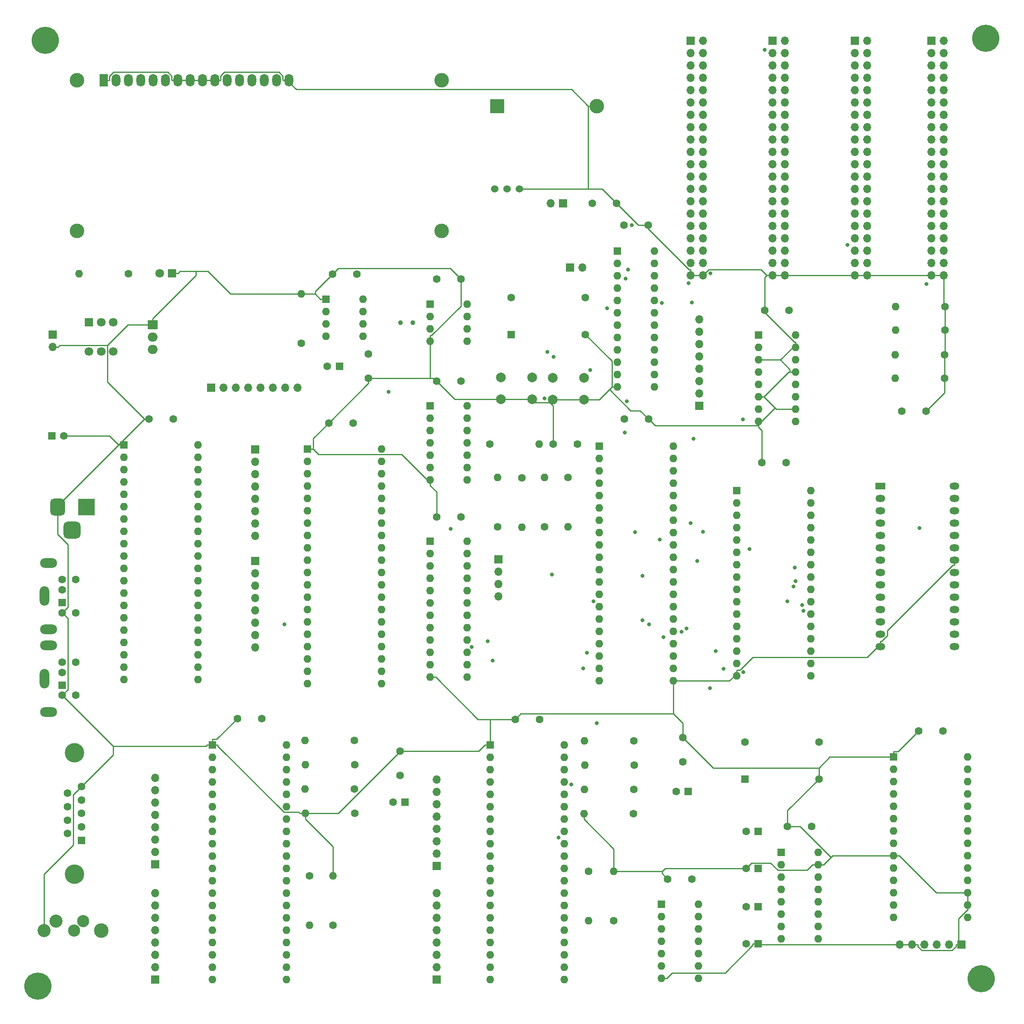
<source format=gbr>
%TF.GenerationSoftware,KiCad,Pcbnew,7.0.9-7.0.9~ubuntu22.04.1*%
%TF.CreationDate,2023-12-31T14:55:30-06:00*%
%TF.ProjectId,6502v2.0,36353032-7632-42e3-902e-6b696361645f,rev?*%
%TF.SameCoordinates,Original*%
%TF.FileFunction,Copper,L3,Inr*%
%TF.FilePolarity,Positive*%
%FSLAX46Y46*%
G04 Gerber Fmt 4.6, Leading zero omitted, Abs format (unit mm)*
G04 Created by KiCad (PCBNEW 7.0.9-7.0.9~ubuntu22.04.1) date 2023-12-31 14:55:30*
%MOMM*%
%LPD*%
G01*
G04 APERTURE LIST*
G04 Aperture macros list*
%AMRoundRect*
0 Rectangle with rounded corners*
0 $1 Rounding radius*
0 $2 $3 $4 $5 $6 $7 $8 $9 X,Y pos of 4 corners*
0 Add a 4 corners polygon primitive as box body*
4,1,4,$2,$3,$4,$5,$6,$7,$8,$9,$2,$3,0*
0 Add four circle primitives for the rounded corners*
1,1,$1+$1,$2,$3*
1,1,$1+$1,$4,$5*
1,1,$1+$1,$6,$7*
1,1,$1+$1,$8,$9*
0 Add four rect primitives between the rounded corners*
20,1,$1+$1,$2,$3,$4,$5,0*
20,1,$1+$1,$4,$5,$6,$7,0*
20,1,$1+$1,$6,$7,$8,$9,0*
20,1,$1+$1,$8,$9,$2,$3,0*%
G04 Aperture macros list end*
%TA.AperFunction,ComponentPad*%
%ADD10R,1.600000X1.600000*%
%TD*%
%TA.AperFunction,ComponentPad*%
%ADD11O,1.600000X1.600000*%
%TD*%
%TA.AperFunction,ComponentPad*%
%ADD12C,1.600000*%
%TD*%
%TA.AperFunction,ComponentPad*%
%ADD13O,3.500000X2.000000*%
%TD*%
%TA.AperFunction,ComponentPad*%
%ADD14O,2.000000X4.000000*%
%TD*%
%TA.AperFunction,ComponentPad*%
%ADD15R,1.700000X1.700000*%
%TD*%
%TA.AperFunction,ComponentPad*%
%ADD16O,1.700000X1.700000*%
%TD*%
%TA.AperFunction,ComponentPad*%
%ADD17C,4.000000*%
%TD*%
%TA.AperFunction,ComponentPad*%
%ADD18R,1.800000X1.800000*%
%TD*%
%TA.AperFunction,ComponentPad*%
%ADD19C,1.800000*%
%TD*%
%TA.AperFunction,ComponentPad*%
%ADD20C,1.000000*%
%TD*%
%TA.AperFunction,ComponentPad*%
%ADD21C,2.000000*%
%TD*%
%TA.AperFunction,ComponentPad*%
%ADD22C,5.600000*%
%TD*%
%TA.AperFunction,ComponentPad*%
%ADD23R,3.500000X3.500000*%
%TD*%
%TA.AperFunction,ComponentPad*%
%ADD24RoundRect,0.750000X-0.750000X-1.000000X0.750000X-1.000000X0.750000X1.000000X-0.750000X1.000000X0*%
%TD*%
%TA.AperFunction,ComponentPad*%
%ADD25RoundRect,0.875000X-0.875000X-0.875000X0.875000X-0.875000X0.875000X0.875000X-0.875000X0.875000X0*%
%TD*%
%TA.AperFunction,ComponentPad*%
%ADD26R,2.000000X1.440000*%
%TD*%
%TA.AperFunction,ComponentPad*%
%ADD27O,2.000000X1.440000*%
%TD*%
%TA.AperFunction,ComponentPad*%
%ADD28R,3.000000X3.000000*%
%TD*%
%TA.AperFunction,ComponentPad*%
%ADD29C,3.000000*%
%TD*%
%TA.AperFunction,ComponentPad*%
%ADD30C,2.700000*%
%TD*%
%TA.AperFunction,ComponentPad*%
%ADD31C,2.500000*%
%TD*%
%TA.AperFunction,ComponentPad*%
%ADD32C,1.524000*%
%TD*%
%TA.AperFunction,ComponentPad*%
%ADD33R,2.000000X1.905000*%
%TD*%
%TA.AperFunction,ComponentPad*%
%ADD34O,2.000000X1.905000*%
%TD*%
%TA.AperFunction,ComponentPad*%
%ADD35R,1.800000X2.600000*%
%TD*%
%TA.AperFunction,ComponentPad*%
%ADD36O,1.800000X2.600000*%
%TD*%
%TA.AperFunction,ViaPad*%
%ADD37C,0.800000*%
%TD*%
%TA.AperFunction,Conductor*%
%ADD38C,0.250000*%
%TD*%
G04 APERTURE END LIST*
D10*
%TO.N,GND*%
%TO.C,U9*%
X7962000Y319004000D03*
D11*
%TO.N,2pa0*%
X7962000Y316464000D03*
%TO.N,2pa1*%
X7962000Y313924000D03*
%TO.N,2pa2*%
X7962000Y311384000D03*
%TO.N,2pa3*%
X7962000Y308844000D03*
%TO.N,2pa4*%
X7962000Y306304000D03*
%TO.N,2pa5*%
X7962000Y303764000D03*
%TO.N,2pa6*%
X7962000Y301224000D03*
%TO.N,2pa7*%
X7962000Y298684000D03*
%TO.N,2pb0*%
X7962000Y296144000D03*
%TO.N,2pb1*%
X7962000Y293604000D03*
%TO.N,2pb2*%
X7962000Y291064000D03*
%TO.N,2pb3*%
X7962000Y288524000D03*
%TO.N,2pb4*%
X7962000Y285984000D03*
%TO.N,2pb5*%
X7962000Y283444000D03*
%TO.N,2pb6*%
X7962000Y280904000D03*
%TO.N,2pb7*%
X7962000Y278364000D03*
%TO.N,2CB1*%
X7962000Y275824000D03*
%TO.N,2CB2*%
X7962000Y273284000D03*
%TO.N,+5V*%
X7962000Y270744000D03*
%TO.N,2VIA_IRQ*%
X23202000Y270744000D03*
%TO.N,RW*%
X23202000Y273284000D03*
%TO.N,VIA2_CS*%
X23202000Y275824000D03*
%TO.N,+5V*%
X23202000Y278364000D03*
%TO.N,PHI2*%
X23202000Y280904000D03*
%TO.N,d7*%
X23202000Y283444000D03*
%TO.N,d6*%
X23202000Y285984000D03*
%TO.N,d5*%
X23202000Y288524000D03*
%TO.N,d4*%
X23202000Y291064000D03*
%TO.N,d3*%
X23202000Y293604000D03*
%TO.N,d2*%
X23202000Y296144000D03*
%TO.N,d1*%
X23202000Y298684000D03*
%TO.N,d0*%
X23202000Y301224000D03*
%TO.N,RESET*%
X23202000Y303764000D03*
%TO.N,a3*%
X23202000Y306304000D03*
%TO.N,a2*%
X23202000Y308844000D03*
%TO.N,a1*%
X23202000Y311384000D03*
%TO.N,a0*%
X23202000Y313924000D03*
%TO.N,2CA2*%
X23202000Y316464000D03*
%TO.N,2CA1*%
X23202000Y319004000D03*
%TD*%
D10*
%TO.N,1pa7*%
%TO.C,J11*%
X-42500000Y270400000D03*
D12*
%TO.N,unconnected-(J11-Pad2)*%
X-42500000Y273000000D03*
%TO.N,GND*%
X-42500000Y268300000D03*
%TO.N,+5V*%
X-42500000Y275100000D03*
%TO.N,1pa6*%
X-39700000Y268300000D03*
%TO.N,unconnected-(J11-Pad6)*%
X-39700000Y275100000D03*
D13*
%TO.N,N/C*%
X-45350000Y278550000D03*
D14*
X-46150000Y271700000D03*
D13*
X-45350000Y264850000D03*
%TD*%
D10*
%TO.N,BANKED_RAM_CS*%
%TO.C,U6*%
X100700000Y342400000D03*
D11*
%TO.N,1pa0*%
X100700000Y339860000D03*
%TO.N,GND*%
X100700000Y337320000D03*
%TO.N,Net-(U6-Za)*%
X100700000Y334780000D03*
%TO.N,1pa1*%
X100700000Y332240000D03*
%TO.N,GND*%
X100700000Y329700000D03*
%TO.N,Net-(U6-Zb)*%
X100700000Y327160000D03*
%TO.N,GND*%
X100700000Y324620000D03*
%TO.N,Net-(U6-Zc)*%
X108320000Y324620000D03*
%TO.N,GND*%
X108320000Y327160000D03*
%TO.N,1pa2*%
X108320000Y329700000D03*
%TO.N,Net-(U6-Zd)*%
X108320000Y332240000D03*
%TO.N,GND*%
X108320000Y334780000D03*
%TO.N,1pa3*%
X108320000Y337320000D03*
%TO.N,GND*%
X108320000Y339860000D03*
%TO.N,+5V*%
X108320000Y342400000D03*
%TD*%
D15*
%TO.N,PSG1IOB0*%
%TO.C,J15*%
X-23403000Y233500000D03*
D16*
%TO.N,PSG1IOB1*%
X-23403000Y236040000D03*
%TO.N,PSG1IOB2*%
X-23403000Y238580000D03*
%TO.N,PSG1IOB3*%
X-23403000Y241120000D03*
%TO.N,PSG1IOB4*%
X-23403000Y243660000D03*
%TO.N,PSG1IOB5*%
X-23403000Y246200000D03*
%TO.N,PSG1IOB6*%
X-23403000Y248740000D03*
%TO.N,PSG1IOB7*%
X-23403000Y251280000D03*
%TD*%
D10*
%TO.N,Net-(C22-Pad1)*%
%TO.C,C22*%
X28000000Y246345000D03*
D12*
%TO.N,AUDIO_OUT_RIGHT*%
X25500000Y246345000D03*
%TD*%
%TO.N,Net-(R1-Pad1)*%
%TO.C,R1*%
X45420000Y320000000D03*
D11*
%TO.N,NMI*%
X55580000Y320000000D03*
%TD*%
D12*
%TO.N,Net-(U15-~{A9})*%
%TO.C,R14*%
X13171000Y220975000D03*
D11*
%TO.N,GND*%
X13171000Y231135000D03*
%TD*%
D12*
%TO.N,Net-(C22-Pad1)*%
%TO.C,R18*%
X17660000Y254000000D03*
D11*
%TO.N,Net-(U15-ch_A)*%
X7500000Y254000000D03*
%TD*%
D10*
%TO.N,Net-(U6-Zd)*%
%TO.C,U8*%
X96260000Y310440000D03*
D11*
%TO.N,Net-(U6-Zb)*%
X96260000Y307900000D03*
%TO.N,a14*%
X96260000Y305360000D03*
%TO.N,a12*%
X96260000Y302820000D03*
%TO.N,a7*%
X96260000Y300280000D03*
%TO.N,a6*%
X96260000Y297740000D03*
%TO.N,a5*%
X96260000Y295200000D03*
%TO.N,a4*%
X96260000Y292660000D03*
%TO.N,a3*%
X96260000Y290120000D03*
%TO.N,a2*%
X96260000Y287580000D03*
%TO.N,a1*%
X96260000Y285040000D03*
%TO.N,a0*%
X96260000Y282500000D03*
%TO.N,d0*%
X96260000Y279960000D03*
%TO.N,d1*%
X96260000Y277420000D03*
%TO.N,d2*%
X96260000Y274880000D03*
%TO.N,GND*%
X96260000Y272340000D03*
%TO.N,d3*%
X111500000Y272340000D03*
%TO.N,d4*%
X111500000Y274880000D03*
%TO.N,d5*%
X111500000Y277420000D03*
%TO.N,d6*%
X111500000Y279960000D03*
%TO.N,d7*%
X111500000Y282500000D03*
%TO.N,RAM_CS*%
X111500000Y285040000D03*
%TO.N,a10*%
X111500000Y287580000D03*
%TO.N,OE*%
X111500000Y290120000D03*
%TO.N,a11*%
X111500000Y292660000D03*
%TO.N,a9*%
X111500000Y295200000D03*
%TO.N,a8*%
X111500000Y297740000D03*
%TO.N,a13*%
X111500000Y300280000D03*
%TO.N,WE*%
X111500000Y302820000D03*
%TO.N,Net-(U6-Zc)*%
X111500000Y305360000D03*
%TO.N,Net-(U6-Za)*%
X111500000Y307900000D03*
%TO.N,+5V*%
X111500000Y310440000D03*
%TD*%
D15*
%TO.N,+5V*%
%TO.C,J8*%
X-44500000Y342500000D03*
D16*
%TO.N,GND*%
X-44500000Y339960000D03*
%TD*%
D17*
%TO.N,N/C*%
%TO.C,J13*%
X-40000000Y256500000D03*
X-40000000Y231500000D03*
D10*
%TO.N,unconnected-(J13-Pad1)*%
X-38580000Y238460000D03*
D12*
%TO.N,Net-(U13-T1OUT)*%
X-38580000Y241230000D03*
%TO.N,Net-(U13-R1IN)*%
X-38580000Y244000000D03*
%TO.N,unconnected-(J13-Pad4)*%
X-38580000Y246770000D03*
%TO.N,GND*%
X-38580000Y249540000D03*
%TO.N,unconnected-(J13-Pad6)*%
X-41420000Y239845000D03*
%TO.N,unconnected-(J13-Pad7)*%
X-41420000Y242615000D03*
%TO.N,unconnected-(J13-Pad8)*%
X-41420000Y245385000D03*
%TO.N,unconnected-(J13-Pad9)*%
X-41420000Y248155000D03*
%TD*%
D10*
%TO.N,Net-(U13-C1+)*%
%TO.C,U13*%
X105350000Y235998000D03*
D11*
%TO.N,Net-(U13-VS+)*%
X105350000Y233458000D03*
%TO.N,Net-(U13-C1-)*%
X105350000Y230918000D03*
%TO.N,Net-(U13-C2+)*%
X105350000Y228378000D03*
%TO.N,Net-(U13-C2-)*%
X105350000Y225838000D03*
%TO.N,Net-(U13-VS-)*%
X105350000Y223298000D03*
%TO.N,unconnected-(U13-T2OUT-Pad7)*%
X105350000Y220758000D03*
%TO.N,unconnected-(U13-R2IN-Pad8)*%
X105350000Y218218000D03*
%TO.N,unconnected-(U13-R2OUT-Pad9)*%
X112970000Y218218000D03*
%TO.N,unconnected-(U13-T2IN-Pad10)*%
X112970000Y220758000D03*
%TO.N,Net-(J14-Pin_2)*%
X112970000Y223298000D03*
%TO.N,Net-(J14-Pin_3)*%
X112970000Y225838000D03*
%TO.N,Net-(U13-R1IN)*%
X112970000Y228378000D03*
%TO.N,Net-(U13-T1OUT)*%
X112970000Y230918000D03*
%TO.N,GND*%
X112970000Y233458000D03*
%TO.N,+5V*%
X112970000Y235998000D03*
%TD*%
D10*
%TO.N,Net-(U13-C2+)*%
%TO.C,C19*%
X100650000Y224822000D03*
D12*
%TO.N,Net-(U13-C2-)*%
X98150000Y224822000D03*
%TD*%
%TO.N,Net-(C27-Pad1)*%
%TO.C,R23*%
X74955000Y243938000D03*
D11*
%TO.N,GND*%
X64795000Y243938000D03*
%TD*%
D10*
%TO.N,GND*%
%TO.C,C21*%
X100650000Y217202000D03*
D12*
%TO.N,Net-(U13-VS-)*%
X98150000Y217202000D03*
%TD*%
D10*
%TO.N,VP*%
%TO.C,U5*%
X67960000Y319520000D03*
D11*
%TO.N,RDY*%
X67960000Y316980000D03*
%TO.N,unconnected-(U5-PHI1O-Pad3)*%
X67960000Y314440000D03*
%TO.N,IRQ*%
X67960000Y311900000D03*
%TO.N,ML*%
X67960000Y309360000D03*
%TO.N,NMI*%
X67960000Y306820000D03*
%TO.N,SYNC*%
X67960000Y304280000D03*
%TO.N,+5V*%
X67960000Y301740000D03*
%TO.N,a0*%
X67960000Y299200000D03*
%TO.N,a1*%
X67960000Y296660000D03*
%TO.N,a2*%
X67960000Y294120000D03*
%TO.N,a3*%
X67960000Y291580000D03*
%TO.N,a4*%
X67960000Y289040000D03*
%TO.N,a5*%
X67960000Y286500000D03*
%TO.N,a6*%
X67960000Y283960000D03*
%TO.N,a7*%
X67960000Y281420000D03*
%TO.N,a8*%
X67960000Y278880000D03*
%TO.N,a9*%
X67960000Y276340000D03*
%TO.N,a10*%
X67960000Y273800000D03*
%TO.N,a11*%
X67960000Y271260000D03*
%TO.N,GND*%
X83200000Y271260000D03*
%TO.N,a12*%
X83200000Y273800000D03*
%TO.N,a13*%
X83200000Y276340000D03*
%TO.N,a14*%
X83200000Y278880000D03*
%TO.N,a15*%
X83200000Y281420000D03*
%TO.N,d7*%
X83200000Y283960000D03*
%TO.N,d6*%
X83200000Y286500000D03*
%TO.N,d5*%
X83200000Y289040000D03*
%TO.N,d4*%
X83200000Y291580000D03*
%TO.N,d3*%
X83200000Y294120000D03*
%TO.N,d2*%
X83200000Y296660000D03*
%TO.N,d1*%
X83200000Y299200000D03*
%TO.N,d0*%
X83200000Y301740000D03*
%TO.N,RW*%
X83200000Y304280000D03*
%TO.N,unconnected-(U5-NC-Pad35)*%
X83200000Y306820000D03*
%TO.N,BE*%
X83200000Y309360000D03*
%TO.N,PHI2*%
X83200000Y311900000D03*
%TO.N,+5V*%
X83200000Y314440000D03*
%TO.N,unconnected-(U5-PHI2O-Pad39)*%
X83200000Y316980000D03*
%TO.N,RESET*%
X83200000Y319520000D03*
%TD*%
D12*
%TO.N,+5V*%
%TO.C,R13*%
X8375000Y231135000D03*
D11*
%TO.N,Net-(U15-A8)*%
X8375000Y220975000D03*
%TD*%
D12*
%TO.N,NMI*%
%TO.C,C7*%
X63500000Y320000000D03*
%TO.N,GND*%
X58500000Y320000000D03*
%TD*%
%TO.N,+5V*%
%TO.C,R3*%
X52080000Y313000000D03*
D11*
%TO.N,RDY*%
X52080000Y302840000D03*
%TD*%
D12*
%TO.N,+5V*%
%TO.C,C16*%
X111650000Y241332000D03*
%TO.N,GND*%
X106650000Y241332000D03*
%TD*%
D10*
%TO.N,GND*%
%TO.C,U15*%
X-11625000Y258125000D03*
D11*
%TO.N,unconnected-(U15-N{slash}C-Pad2)*%
X-11625000Y255585000D03*
%TO.N,Net-(U15-ch_B)*%
X-11625000Y253045000D03*
%TO.N,Net-(U15-ch_A)*%
X-11625000Y250505000D03*
%TO.N,unconnected-(U15-N{slash}C-Pad5)*%
X-11625000Y247965000D03*
%TO.N,PSG1IOB7*%
X-11625000Y245425000D03*
%TO.N,PSG1IOB6*%
X-11625000Y242885000D03*
%TO.N,PSG1IOB5*%
X-11625000Y240345000D03*
%TO.N,PSG1IOB4*%
X-11625000Y237805000D03*
%TO.N,PSG1IOB3*%
X-11625000Y235265000D03*
%TO.N,PSG1IOB2*%
X-11625000Y232725000D03*
%TO.N,PSG1IOB1*%
X-11625000Y230185000D03*
%TO.N,PSG1IOB0*%
X-11625000Y227645000D03*
%TO.N,PSG1IOA7*%
X-11625000Y225105000D03*
%TO.N,PSG1IOA6*%
X-11625000Y222565000D03*
%TO.N,PSG1IOA5*%
X-11625000Y220025000D03*
%TO.N,PSG1IOA4*%
X-11625000Y217485000D03*
%TO.N,PSG1IOA3*%
X-11625000Y214945000D03*
%TO.N,PSG1IOA2*%
X-11625000Y212405000D03*
%TO.N,PSG1IOA1*%
X-11625000Y209865000D03*
%TO.N,PSG1IOA0*%
X3615000Y209865000D03*
%TO.N,CLK_1.8432*%
X3615000Y212405000D03*
%TO.N,RESET*%
X3615000Y214945000D03*
%TO.N,Net-(U15-~{A9})*%
X3615000Y217485000D03*
%TO.N,Net-(U15-A8)*%
X3615000Y220025000D03*
%TO.N,unconnected-(U15-TEST2-Pad26)*%
X3615000Y222565000D03*
%TO.N,Net-(U15-BDIR)*%
X3615000Y225105000D03*
%TO.N,+5V*%
X3615000Y227645000D03*
%TO.N,Net-(U15-BC1)*%
X3615000Y230185000D03*
%TO.N,d7*%
X3615000Y232725000D03*
%TO.N,d6*%
X3615000Y235265000D03*
%TO.N,d5*%
X3615000Y237805000D03*
%TO.N,d4*%
X3615000Y240345000D03*
%TO.N,d3*%
X3615000Y242885000D03*
%TO.N,d2*%
X3615000Y245425000D03*
%TO.N,d1*%
X3615000Y247965000D03*
%TO.N,d0*%
X3615000Y250505000D03*
%TO.N,Net-(U15-ch_C)*%
X3615000Y253045000D03*
%TO.N,unconnected-(U15-TEST1-Pad39)*%
X3615000Y255585000D03*
%TO.N,+5V*%
X3615000Y258125000D03*
%TD*%
D15*
%TO.N,a0*%
%TO.C,J7*%
X103609000Y402940000D03*
D16*
%TO.N,d0*%
X106149000Y402940000D03*
%TO.N,a1*%
X103609000Y400400000D03*
%TO.N,d1*%
X106149000Y400400000D03*
%TO.N,a2*%
X103609000Y397860000D03*
%TO.N,d2*%
X106149000Y397860000D03*
%TO.N,a3*%
X103609000Y395320000D03*
%TO.N,d3*%
X106149000Y395320000D03*
%TO.N,a4*%
X103609000Y392780000D03*
%TO.N,d4*%
X106149000Y392780000D03*
%TO.N,a5*%
X103609000Y390240000D03*
%TO.N,d5*%
X106149000Y390240000D03*
%TO.N,a6*%
X103609000Y387700000D03*
%TO.N,d6*%
X106149000Y387700000D03*
%TO.N,a7*%
X103609000Y385160000D03*
%TO.N,d7*%
X106149000Y385160000D03*
%TO.N,a8*%
X103609000Y382620000D03*
%TO.N,RW*%
X106149000Y382620000D03*
%TO.N,a9*%
X103609000Y380080000D03*
%TO.N,PHI2*%
X106149000Y380080000D03*
%TO.N,a10*%
X103609000Y377540000D03*
%TO.N,RESET*%
X106149000Y377540000D03*
%TO.N,a11*%
X103609000Y375000000D03*
%TO.N,SYNC*%
X106149000Y375000000D03*
%TO.N,a12*%
X103609000Y372460000D03*
%TO.N,IRQ*%
X106149000Y372460000D03*
%TO.N,a13*%
X103609000Y369920000D03*
%TO.N,BE*%
X106149000Y369920000D03*
%TO.N,a14*%
X103609000Y367380000D03*
%TO.N,RDY*%
X106149000Y367380000D03*
%TO.N,a15*%
X103609000Y364840000D03*
%TO.N,VP*%
X106149000Y364840000D03*
%TO.N,IO1*%
X103609000Y362300000D03*
%TO.N,ML*%
X106149000Y362300000D03*
%TO.N,OE*%
X103609000Y359760000D03*
%TO.N,NMI*%
X106149000Y359760000D03*
%TO.N,+5V*%
X103609000Y357220000D03*
%TO.N,WE*%
X106149000Y357220000D03*
%TO.N,GND*%
X103609000Y354680000D03*
X106149000Y354680000D03*
%TD*%
D12*
%TO.N,+5V*%
%TO.C,C8*%
X73085000Y325150000D03*
%TO.N,GND*%
X78085000Y325150000D03*
%TD*%
D10*
%TO.N,1pa5*%
%TO.C,J9*%
X-42500000Y287400000D03*
D12*
%TO.N,unconnected-(J9-Pad2)*%
X-42500000Y290000000D03*
%TO.N,GND*%
X-42500000Y285300000D03*
%TO.N,+5V*%
X-42500000Y292100000D03*
%TO.N,1pa4*%
X-39700000Y285300000D03*
%TO.N,unconnected-(J9-Pad6)*%
X-39700000Y292100000D03*
D13*
%TO.N,N/C*%
X-45350000Y295550000D03*
D14*
X-46150000Y288700000D03*
D13*
X-45350000Y281850000D03*
%TD*%
D12*
%TO.N,Net-(C22-Pad1)*%
%TO.C,R17*%
X17660000Y244000000D03*
D11*
%TO.N,GND*%
X7500000Y244000000D03*
%TD*%
D12*
%TO.N,GND*%
%TO.C,R7*%
X139080000Y343406000D03*
D11*
%TO.N,1pa3*%
X128920000Y343406000D03*
%TD*%
D12*
%TO.N,GND*%
%TO.C,R6*%
X139000000Y333500000D03*
D11*
%TO.N,1pa2*%
X128840000Y333500000D03*
%TD*%
D10*
%TO.N,unconnected-(X1-NC-Pad1)*%
%TO.C,X1*%
X49880000Y342500000D03*
D12*
%TO.N,GND*%
X65120000Y342500000D03*
%TO.N,Net-(JP1-B)*%
X65120000Y350120000D03*
%TO.N,+5V*%
X49880000Y350120000D03*
%TD*%
D15*
%TO.N,decode0*%
%TO.C,J5*%
X47222000Y296292000D03*
D16*
%TO.N,decode1*%
X47222000Y293752000D03*
%TO.N,decode2*%
X47222000Y291212000D03*
%TO.N,decode3*%
X47222000Y288672000D03*
%TD*%
D12*
%TO.N,+5V*%
%TO.C,C29*%
X138650000Y260942000D03*
%TO.N,GND*%
X133650000Y260942000D03*
%TD*%
%TO.N,Net-(C22-Pad1)*%
%TO.C,R16*%
X17580000Y249000000D03*
D11*
%TO.N,Net-(U15-ch_B)*%
X7420000Y249000000D03*
%TD*%
D15*
%TO.N,2pb0*%
%TO.C,J1*%
X-2830000Y295942000D03*
D16*
%TO.N,2pb1*%
X-2830000Y293402000D03*
%TO.N,2pb2*%
X-2830000Y290862000D03*
%TO.N,2pb3*%
X-2830000Y288322000D03*
%TO.N,2pb4*%
X-2830000Y285782000D03*
%TO.N,2pb5*%
X-2830000Y283242000D03*
%TO.N,2pb6*%
X-2830000Y280702000D03*
%TO.N,2pb7*%
X-2830000Y278162000D03*
%TD*%
D10*
%TO.N,VIA1_CS*%
%TO.C,U2*%
X71700000Y359700000D03*
D11*
%TO.N,VIA2_CS*%
X71700000Y357160000D03*
%TO.N,ACIA_CS*%
X71700000Y354620000D03*
%TO.N,PSG1_CS*%
X71700000Y352080000D03*
%TO.N,PSG2_CS*%
X71700000Y349540000D03*
%TO.N,IO0*%
X71700000Y347000000D03*
%TO.N,IO1*%
X71700000Y344460000D03*
%TO.N,IO2*%
X71700000Y341920000D03*
%TO.N,IO3*%
X71700000Y339380000D03*
%TO.N,IO4*%
X71700000Y336840000D03*
%TO.N,IO5*%
X71700000Y334300000D03*
%TO.N,GND*%
X71700000Y331760000D03*
%TO.N,IO6*%
X79320000Y331760000D03*
%TO.N,IO7*%
X79320000Y334300000D03*
%TO.N,IO8*%
X79320000Y336840000D03*
%TO.N,IO9*%
X79320000Y339380000D03*
%TO.N,IO10*%
X79320000Y341920000D03*
%TO.N,a15*%
X79320000Y344460000D03*
%TO.N,DEVICE_CS*%
X79320000Y347000000D03*
%TO.N,a7*%
X79320000Y349540000D03*
%TO.N,a6*%
X79320000Y352080000D03*
%TO.N,a5*%
X79320000Y354620000D03*
%TO.N,a4*%
X79320000Y357160000D03*
%TO.N,+5V*%
X79320000Y359700000D03*
%TD*%
D10*
%TO.N,+5V*%
%TO.C,C15*%
X14500000Y336000000D03*
D12*
%TO.N,Net-(U11-THR)*%
X12000000Y336000000D03*
%TD*%
%TO.N,+5V*%
%TO.C,C26*%
X87025000Y230478000D03*
%TO.N,GND*%
X82025000Y230478000D03*
%TD*%
%TO.N,+5V*%
%TO.C,C1*%
X106385000Y316208000D03*
%TO.N,GND*%
X101385000Y316208000D03*
%TD*%
D10*
%TO.N,+5V*%
%TO.C,U17*%
X33200000Y348800000D03*
D11*
%TO.N,Net-(U17-X1)*%
X33200000Y346260000D03*
%TO.N,Net-(U17-X2)*%
X33200000Y343720000D03*
%TO.N,GND*%
X33200000Y341180000D03*
%TO.N,1pb7*%
X40820000Y341180000D03*
%TO.N,1CB1*%
X40820000Y343720000D03*
%TO.N,PHI2*%
X40820000Y346260000D03*
%TO.N,Net-(BT1-+)*%
X40820000Y348800000D03*
%TD*%
D12*
%TO.N,+5V*%
%TO.C,C11*%
X55650000Y263363000D03*
%TO.N,GND*%
X50650000Y263363000D03*
%TD*%
D15*
%TO.N,2pa0*%
%TO.C,J4*%
X-2830000Y318856000D03*
D16*
%TO.N,2pa1*%
X-2830000Y316316000D03*
%TO.N,2pa2*%
X-2830000Y313776000D03*
%TO.N,2pa3*%
X-2830000Y311236000D03*
%TO.N,2pa4*%
X-2830000Y308696000D03*
%TO.N,2pa5*%
X-2830000Y306156000D03*
%TO.N,2pa6*%
X-2830000Y303616000D03*
%TO.N,2pa7*%
X-2830000Y301076000D03*
%TD*%
D12*
%TO.N,+5V*%
%TO.C,R8*%
X61500000Y313080000D03*
D11*
%TO.N,RESET*%
X61500000Y302920000D03*
%TD*%
D18*
%TO.N,GND*%
%TO.C,D1*%
X-19920000Y355156000D03*
D19*
%TO.N,Net-(D1-A)*%
X-22460000Y355156000D03*
%TD*%
D15*
%TO.N,PSG2IOB0*%
%TO.C,J18*%
X34500000Y233208000D03*
D16*
%TO.N,PSG2IOB1*%
X34500000Y235748000D03*
%TO.N,PSG2IOB2*%
X34500000Y238288000D03*
%TO.N,PSG2IOB3*%
X34500000Y240828000D03*
%TO.N,PSG2IOB4*%
X34500000Y243368000D03*
%TO.N,PSG2IOB5*%
X34500000Y245908000D03*
%TO.N,PSG2IOB6*%
X34500000Y248448000D03*
%TO.N,PSG2IOB7*%
X34500000Y250988000D03*
%TD*%
D20*
%TO.N,Net-(U17-X1)*%
%TO.C,X3*%
X27089000Y344990000D03*
%TO.N,Net-(U17-X2)*%
X29629000Y344990000D03*
%TD*%
D12*
%TO.N,Net-(D1-A)*%
%TO.C,R10*%
X-28920000Y355000000D03*
D11*
%TO.N,+5V*%
X-39080000Y355000000D03*
%TD*%
D21*
%TO.N,Net-(R1-Pad1)*%
%TO.C,SW1*%
X47700000Y333700000D03*
X54200000Y333700000D03*
%TO.N,GND*%
X47700000Y329200000D03*
X54200000Y329200000D03*
%TD*%
D12*
%TO.N,+5V*%
%TO.C,C17*%
X18064000Y354914000D03*
%TO.N,GND*%
X13064000Y354914000D03*
%TD*%
%TO.N,Net-(U11-THR)*%
%TO.C,R12*%
X6674000Y340690000D03*
D11*
%TO.N,GND*%
X6674000Y350850000D03*
%TD*%
D10*
%TO.N,GND*%
%TO.C,U12*%
X128525000Y255623000D03*
D11*
%TO.N,+5V*%
X128525000Y253083000D03*
%TO.N,ACIA_CS*%
X128525000Y250543000D03*
%TO.N,RESET*%
X128525000Y248003000D03*
%TO.N,unconnected-(U12-RxC-Pad5)*%
X128525000Y245463000D03*
%TO.N,CLK_1.8432*%
X128525000Y242923000D03*
%TO.N,unconnected-(U12-XTLO-Pad7)*%
X128525000Y240383000D03*
%TO.N,unconnected-(U12-~{RTS}-Pad8)*%
X128525000Y237843000D03*
%TO.N,GND*%
X128525000Y235303000D03*
%TO.N,Net-(J14-Pin_2)*%
X128525000Y232763000D03*
%TO.N,unconnected-(U12-~{DTR}-Pad11)*%
X128525000Y230223000D03*
%TO.N,Net-(J14-Pin_3)*%
X128525000Y227683000D03*
%TO.N,a0*%
X128525000Y225143000D03*
%TO.N,a1*%
X128525000Y222603000D03*
%TO.N,+5V*%
X143765000Y222603000D03*
%TO.N,GND*%
X143765000Y225143000D03*
X143765000Y227683000D03*
%TO.N,d0*%
X143765000Y230223000D03*
%TO.N,d1*%
X143765000Y232763000D03*
%TO.N,d2*%
X143765000Y235303000D03*
%TO.N,d3*%
X143765000Y237843000D03*
%TO.N,d4*%
X143765000Y240383000D03*
%TO.N,d5*%
X143765000Y242923000D03*
%TO.N,d6*%
X143765000Y245463000D03*
%TO.N,d7*%
X143765000Y248003000D03*
%TO.N,ACIA_IRQ*%
X143765000Y250543000D03*
%TO.N,PHI2*%
X143765000Y253083000D03*
%TO.N,RW*%
X143765000Y255623000D03*
%TD*%
D12*
%TO.N,Net-(C22-Pad1)*%
%TO.C,C23*%
X27000000Y251845000D03*
%TO.N,GND*%
X27000000Y256845000D03*
%TD*%
D10*
%TO.N,GND*%
%TO.C,U16*%
X45525000Y258125000D03*
D11*
%TO.N,unconnected-(U16-N{slash}C-Pad2)*%
X45525000Y255585000D03*
%TO.N,Net-(U16-ch_B)*%
X45525000Y253045000D03*
%TO.N,Net-(U16-ch_A)*%
X45525000Y250505000D03*
%TO.N,unconnected-(U16-N{slash}C-Pad5)*%
X45525000Y247965000D03*
%TO.N,PSG2IOB7*%
X45525000Y245425000D03*
%TO.N,PSG2IOB6*%
X45525000Y242885000D03*
%TO.N,PSG2IOB5*%
X45525000Y240345000D03*
%TO.N,PSG2IOB4*%
X45525000Y237805000D03*
%TO.N,PSG2IOB3*%
X45525000Y235265000D03*
%TO.N,PSG2IOB2*%
X45525000Y232725000D03*
%TO.N,PSG2IOB1*%
X45525000Y230185000D03*
%TO.N,PSG2IOB0*%
X45525000Y227645000D03*
%TO.N,PSG2IOA7*%
X45525000Y225105000D03*
%TO.N,PSG2IOA6*%
X45525000Y222565000D03*
%TO.N,PSG2IOA5*%
X45525000Y220025000D03*
%TO.N,PSG2IOA4*%
X45525000Y217485000D03*
%TO.N,PSG2IOA3*%
X45525000Y214945000D03*
%TO.N,PSG2IOA2*%
X45525000Y212405000D03*
%TO.N,PSG2IOA1*%
X45525000Y209865000D03*
%TO.N,PSG2IOA0*%
X60765000Y209865000D03*
%TO.N,CLK_1.8432*%
X60765000Y212405000D03*
%TO.N,RESET*%
X60765000Y214945000D03*
%TO.N,Net-(U16-~{A9})*%
X60765000Y217485000D03*
%TO.N,Net-(U16-A8)*%
X60765000Y220025000D03*
%TO.N,unconnected-(U16-TEST2-Pad26)*%
X60765000Y222565000D03*
%TO.N,Net-(U16-BDIR)*%
X60765000Y225105000D03*
%TO.N,+5V*%
X60765000Y227645000D03*
%TO.N,Net-(U16-BC1)*%
X60765000Y230185000D03*
%TO.N,d7*%
X60765000Y232725000D03*
%TO.N,d6*%
X60765000Y235265000D03*
%TO.N,d5*%
X60765000Y237805000D03*
%TO.N,d4*%
X60765000Y240345000D03*
%TO.N,d3*%
X60765000Y242885000D03*
%TO.N,d2*%
X60765000Y245425000D03*
%TO.N,d1*%
X60765000Y247965000D03*
%TO.N,d0*%
X60765000Y250505000D03*
%TO.N,Net-(U16-ch_C)*%
X60765000Y253045000D03*
%TO.N,unconnected-(U16-TEST1-Pad39)*%
X60765000Y255585000D03*
%TO.N,+5V*%
X60765000Y258125000D03*
%TD*%
D12*
%TO.N,Net-(C27-Pad1)*%
%TO.C,R24*%
X75035000Y248938000D03*
D11*
%TO.N,Net-(U16-ch_A)*%
X64875000Y248938000D03*
%TD*%
D12*
%TO.N,+5V*%
%TO.C,R19*%
X65778000Y232098000D03*
D11*
%TO.N,Net-(U16-A8)*%
X65778000Y221938000D03*
%TD*%
D10*
%TO.N,GND*%
%TO.C,U11*%
X11700000Y349800000D03*
D11*
%TO.N,Net-(U11-THR)*%
X11700000Y347260000D03*
%TO.N,RESET*%
X11700000Y344720000D03*
%TO.N,+5V*%
X11700000Y342180000D03*
%TO.N,Net-(U11-CV)*%
X19320000Y342180000D03*
%TO.N,Net-(U11-THR)*%
X19320000Y344720000D03*
%TO.N,unconnected-(U11-DIS-Pad7)*%
X19320000Y347260000D03*
%TO.N,+5V*%
X19320000Y349800000D03*
%TD*%
D15*
%TO.N,IO3*%
%TO.C,J12*%
X88500000Y327880000D03*
D16*
%TO.N,IO4*%
X88500000Y330420000D03*
%TO.N,IO5*%
X88500000Y332960000D03*
%TO.N,IO6*%
X88500000Y335500000D03*
%TO.N,IO7*%
X88500000Y338040000D03*
%TO.N,IO8*%
X88500000Y340580000D03*
%TO.N,IO9*%
X88500000Y343120000D03*
%TO.N,IO10*%
X88500000Y345660000D03*
%TD*%
D22*
%TO.N,N/C*%
%TO.C,H4*%
X146500000Y210000000D03*
%TD*%
D15*
%TO.N,+5V*%
%TO.C,JP2*%
X60500000Y369500000D03*
D16*
%TO.N,Net-(JP2-B)*%
X57960000Y369500000D03*
%TD*%
D12*
%TO.N,Net-(C27-Pad1)*%
%TO.C,R22*%
X75035000Y258938000D03*
D11*
%TO.N,Net-(U16-ch_B)*%
X64875000Y258938000D03*
%TD*%
D12*
%TO.N,+5V*%
%TO.C,C10*%
X-1500000Y263500000D03*
%TO.N,GND*%
X-6500000Y263500000D03*
%TD*%
D15*
%TO.N,GND*%
%TO.C,J14*%
X142500000Y217000000D03*
D16*
%TO.N,Net-(J14-Pin_2)*%
X139960000Y217000000D03*
%TO.N,Net-(J14-Pin_3)*%
X137420000Y217000000D03*
%TO.N,unconnected-(J14-Pin_4-Pad4)*%
X134880000Y217000000D03*
%TO.N,GND*%
X132340000Y217000000D03*
X129800000Y217000000D03*
%TD*%
D12*
%TO.N,+5V*%
%TO.C,C14*%
X34500000Y353890000D03*
%TO.N,GND*%
X39500000Y353890000D03*
%TD*%
D10*
%TO.N,Net-(C27-Pad1)*%
%TO.C,C27*%
X86255200Y248500000D03*
D12*
%TO.N,AUDIO_OUT_LEFT*%
X83755200Y248500000D03*
%TD*%
D23*
%TO.N,Net-(J6-Pad1)*%
%TO.C,J6*%
X-37500000Y307000000D03*
D24*
%TO.N,GND*%
X-43500000Y307000000D03*
D25*
%TO.N,N/C*%
X-40500000Y302300000D03*
%TD*%
D22*
%TO.N,N/C*%
%TO.C,H3*%
X-47500000Y208500000D03*
%TD*%
D10*
%TO.N,unconnected-(X2-NC-Pad1)*%
%TO.C,X2*%
X97910000Y251098000D03*
D12*
%TO.N,GND*%
X113150000Y251098000D03*
%TO.N,CLK_1.8432*%
X113150000Y258718000D03*
%TO.N,+5V*%
X97910000Y258718000D03*
%TD*%
D26*
%TO.N,a14*%
%TO.C,U3*%
X125760000Y311360000D03*
D27*
%TO.N,a12*%
X125760000Y308820000D03*
%TO.N,a7*%
X125760000Y306280000D03*
%TO.N,a6*%
X125760000Y303740000D03*
%TO.N,a5*%
X125760000Y301200000D03*
%TO.N,a4*%
X125760000Y298660000D03*
%TO.N,a3*%
X125760000Y296120000D03*
%TO.N,a2*%
X125760000Y293580000D03*
%TO.N,a1*%
X125760000Y291040000D03*
%TO.N,a0*%
X125760000Y288500000D03*
%TO.N,d0*%
X125760000Y285960000D03*
%TO.N,d1*%
X125760000Y283420000D03*
%TO.N,d2*%
X125760000Y280880000D03*
%TO.N,GND*%
X125760000Y278340000D03*
%TO.N,d3*%
X141000000Y278340000D03*
%TO.N,d4*%
X141000000Y280880000D03*
%TO.N,d5*%
X141000000Y283420000D03*
%TO.N,d6*%
X141000000Y285960000D03*
%TO.N,d7*%
X141000000Y288500000D03*
%TO.N,ROM_CS*%
X141000000Y291040000D03*
%TO.N,a10*%
X141000000Y293580000D03*
%TO.N,GND*%
X141000000Y296120000D03*
%TO.N,a11*%
X141000000Y298660000D03*
%TO.N,a9*%
X141000000Y301200000D03*
%TO.N,a8*%
X141000000Y303740000D03*
%TO.N,a13*%
X141000000Y306280000D03*
%TO.N,WE*%
X141000000Y308820000D03*
%TO.N,+5V*%
X141000000Y311360000D03*
%TD*%
D12*
%TO.N,+5V*%
%TO.C,C3*%
X-19694000Y325152000D03*
%TO.N,GND*%
X-24694000Y325152000D03*
%TD*%
%TO.N,+5V*%
%TO.C,C5*%
X107000000Y347480000D03*
%TO.N,GND*%
X102000000Y347480000D03*
%TD*%
%TO.N,Net-(C22-Pad1)*%
%TO.C,R15*%
X17580000Y259000000D03*
D11*
%TO.N,Net-(U15-ch_C)*%
X7420000Y259000000D03*
%TD*%
D28*
%TO.N,Net-(BT1-+)*%
%TO.C,BT1*%
X46925000Y389500000D03*
D29*
%TO.N,GND*%
X67415000Y389500000D03*
%TD*%
D10*
%TO.N,PHI2*%
%TO.C,U4*%
X33200000Y299975000D03*
D11*
%TO.N,RW*%
X33200000Y297435000D03*
%TO.N,a15*%
X33200000Y294895000D03*
%TO.N,unconnected-(U4-I2-Pad4)*%
X33200000Y292355000D03*
%TO.N,a14*%
X33200000Y289815000D03*
%TO.N,a13*%
X33200000Y287275000D03*
%TO.N,a12*%
X33200000Y284735000D03*
%TO.N,a11*%
X33200000Y282195000D03*
%TO.N,a10*%
X33200000Y279655000D03*
%TO.N,a9*%
X33200000Y277115000D03*
%TO.N,a8*%
X33200000Y274575000D03*
%TO.N,GND*%
X33200000Y272035000D03*
%TO.N,unconnected-(U4-CLK{slash}OD-Pad13)*%
X40820000Y272035000D03*
%TO.N,OE*%
X40820000Y274575000D03*
%TO.N,WE*%
X40820000Y277115000D03*
%TO.N,ROM_CS*%
X40820000Y279655000D03*
%TO.N,RAM_CS*%
X40820000Y282195000D03*
%TO.N,BANKED_RAM_CS*%
X40820000Y284735000D03*
%TO.N,decode3*%
X40820000Y287275000D03*
%TO.N,decode2*%
X40820000Y289815000D03*
%TO.N,DEVICE_CS*%
X40820000Y292355000D03*
%TO.N,decode1*%
X40820000Y294895000D03*
%TO.N,decode0*%
X40820000Y297435000D03*
%TO.N,+5V*%
X40820000Y299975000D03*
%TD*%
D12*
%TO.N,Net-(U16-~{A9})*%
%TO.C,R20*%
X70955000Y221938000D03*
D11*
%TO.N,GND*%
X70955000Y232098000D03*
%TD*%
D12*
%TO.N,BE*%
%TO.C,R9*%
X56674000Y302920000D03*
D11*
%TO.N,+5V*%
X56674000Y313080000D03*
%TD*%
D12*
%TO.N,Net-(C27-Pad1)*%
%TO.C,R21*%
X75115000Y253938000D03*
D11*
%TO.N,Net-(U16-ch_C)*%
X64955000Y253938000D03*
%TD*%
D15*
%TO.N,1CB2*%
%TO.C,J3*%
X-11904000Y331604000D03*
D16*
%TO.N,1CB1*%
X-9364000Y331604000D03*
%TO.N,1CA1*%
X-6824000Y331604000D03*
%TO.N,1CA2*%
X-4284000Y331604000D03*
%TO.N,2CB1*%
X-1744000Y331604000D03*
%TO.N,2CB2*%
X796000Y331604000D03*
%TO.N,2CA1*%
X3336000Y331604000D03*
%TO.N,2CA2*%
X5876000Y331604000D03*
%TD*%
D15*
%TO.N,PSG1IOA0*%
%TO.C,J16*%
X-23403000Y209840000D03*
D16*
%TO.N,PSG1IOA1*%
X-23403000Y212380000D03*
%TO.N,PSG1IOA2*%
X-23403000Y214920000D03*
%TO.N,PSG1IOA3*%
X-23403000Y217460000D03*
%TO.N,PSG1IOA4*%
X-23403000Y220000000D03*
%TO.N,PSG1IOA5*%
X-23403000Y222540000D03*
%TO.N,PSG1IOA6*%
X-23403000Y225080000D03*
%TO.N,PSG1IOA7*%
X-23403000Y227620000D03*
%TD*%
D12*
%TO.N,+5V*%
%TO.C,R2*%
X47080000Y302920000D03*
D11*
%TO.N,Net-(R1-Pad1)*%
X47080000Y313080000D03*
%TD*%
D12*
%TO.N,+5V*%
%TO.C,C6*%
X73000000Y365034000D03*
%TO.N,GND*%
X78000000Y365034000D03*
%TD*%
D21*
%TO.N,RESET*%
%TO.C,SW2*%
X58350000Y333650000D03*
X64850000Y333650000D03*
%TO.N,GND*%
X58350000Y329150000D03*
X64850000Y329150000D03*
%TD*%
D12*
%TO.N,+5V*%
%TO.C,C2*%
X130152500Y326745000D03*
%TO.N,GND*%
X135152500Y326745000D03*
%TD*%
D30*
%TO.N,GND*%
%TO.C,J19*%
X-46260300Y219872500D03*
%TO.N,AUDIO_OUT_LEFT*%
X-43810300Y221872500D03*
D31*
%TO.N,unconnected-(J19-Pad3)*%
X-40110300Y219872500D03*
%TO.N,AUDIO_OUT_RIGHT*%
X-38210300Y221872500D03*
D29*
%TO.N,unconnected-(J19-Pad5)*%
X-34460300Y219872500D03*
%TD*%
D10*
%TO.N,Net-(U13-VS+)*%
%TO.C,C20*%
X100674900Y232696000D03*
D12*
%TO.N,GND*%
X98174900Y232696000D03*
%TD*%
%TO.N,+5V*%
%TO.C,C25*%
X39500000Y332905000D03*
%TO.N,GND*%
X34500000Y332905000D03*
%TD*%
D22*
%TO.N,N/C*%
%TO.C,H2*%
X147500000Y403500000D03*
%TD*%
D15*
%TO.N,PSG2IOA0*%
%TO.C,J17*%
X34500000Y209840000D03*
D16*
%TO.N,PSG2IOA1*%
X34500000Y212380000D03*
%TO.N,PSG2IOA2*%
X34500000Y214920000D03*
%TO.N,PSG2IOA3*%
X34500000Y217460000D03*
%TO.N,PSG2IOA4*%
X34500000Y220000000D03*
%TO.N,PSG2IOA5*%
X34500000Y222540000D03*
%TO.N,PSG2IOA6*%
X34500000Y225080000D03*
%TO.N,PSG2IOA7*%
X34500000Y227620000D03*
%TD*%
D12*
%TO.N,GND*%
%TO.C,C13*%
X20500000Y333500000D03*
%TO.N,Net-(U11-CV)*%
X20500000Y338500000D03*
%TD*%
D10*
%TO.N,Net-(U15-BC1)*%
%TO.C,U14*%
X80725000Y225338000D03*
D11*
%TO.N,PSG1_CS*%
X80725000Y222798000D03*
%TO.N,a0*%
X80725000Y220258000D03*
%TO.N,Net-(U15-BDIR)*%
X80725000Y217718000D03*
%TO.N,PSG1_CS*%
X80725000Y215178000D03*
%TO.N,RW*%
X80725000Y212638000D03*
%TO.N,GND*%
X80725000Y210098000D03*
%TO.N,PSG2_CS*%
X88345000Y210098000D03*
%TO.N,a0*%
X88345000Y212638000D03*
%TO.N,Net-(U16-BC1)*%
X88345000Y215178000D03*
%TO.N,PSG2_CS*%
X88345000Y217718000D03*
%TO.N,RW*%
X88345000Y220258000D03*
%TO.N,Net-(U16-BDIR)*%
X88345000Y222798000D03*
%TO.N,+5V*%
X88345000Y225338000D03*
%TD*%
D15*
%TO.N,a0*%
%TO.C,J2*%
X86718000Y402940000D03*
D16*
%TO.N,d0*%
X89258000Y402940000D03*
%TO.N,a1*%
X86718000Y400400000D03*
%TO.N,d1*%
X89258000Y400400000D03*
%TO.N,a2*%
X86718000Y397860000D03*
%TO.N,d2*%
X89258000Y397860000D03*
%TO.N,a3*%
X86718000Y395320000D03*
%TO.N,d3*%
X89258000Y395320000D03*
%TO.N,a4*%
X86718000Y392780000D03*
%TO.N,d4*%
X89258000Y392780000D03*
%TO.N,a5*%
X86718000Y390240000D03*
%TO.N,d5*%
X89258000Y390240000D03*
%TO.N,a6*%
X86718000Y387700000D03*
%TO.N,d6*%
X89258000Y387700000D03*
%TO.N,a7*%
X86718000Y385160000D03*
%TO.N,d7*%
X89258000Y385160000D03*
%TO.N,a8*%
X86718000Y382620000D03*
%TO.N,RW*%
X89258000Y382620000D03*
%TO.N,a9*%
X86718000Y380080000D03*
%TO.N,PHI2*%
X89258000Y380080000D03*
%TO.N,a10*%
X86718000Y377540000D03*
%TO.N,RESET*%
X89258000Y377540000D03*
%TO.N,a11*%
X86718000Y375000000D03*
%TO.N,SYNC*%
X89258000Y375000000D03*
%TO.N,a12*%
X86718000Y372460000D03*
%TO.N,IRQ*%
X89258000Y372460000D03*
%TO.N,a13*%
X86718000Y369920000D03*
%TO.N,BE*%
X89258000Y369920000D03*
%TO.N,a14*%
X86718000Y367380000D03*
%TO.N,RDY*%
X89258000Y367380000D03*
%TO.N,a15*%
X86718000Y364840000D03*
%TO.N,VP*%
X89258000Y364840000D03*
%TO.N,IO0*%
X86718000Y362300000D03*
%TO.N,ML*%
X89258000Y362300000D03*
%TO.N,OE*%
X86718000Y359760000D03*
%TO.N,NMI*%
X89258000Y359760000D03*
%TO.N,+5V*%
X86718000Y357220000D03*
%TO.N,WE*%
X89258000Y357220000D03*
%TO.N,GND*%
X86718000Y354680000D03*
X89258000Y354680000D03*
%TD*%
D32*
%TO.N,GND*%
%TO.C,RV1*%
X51540000Y372459000D03*
%TO.N,Net-(U10-VO)*%
X49000000Y372459000D03*
%TO.N,Net-(JP2-B)*%
X46460000Y372459000D03*
%TD*%
D12*
%TO.N,Net-(C27-Pad1)*%
%TO.C,C28*%
X85150000Y254598000D03*
%TO.N,GND*%
X85150000Y259598000D03*
%TD*%
D10*
%TO.N,+5V*%
%TO.C,C12*%
X-44650000Y321700000D03*
D12*
%TO.N,GND*%
X-42150000Y321700000D03*
%TD*%
%TO.N,+5V*%
%TO.C,C4*%
X17296000Y324338000D03*
%TO.N,GND*%
X12296000Y324338000D03*
%TD*%
D10*
%TO.N,GND*%
%TO.C,U7*%
X-29819000Y319818000D03*
D11*
%TO.N,1pa0*%
X-29819000Y317278000D03*
%TO.N,1pa1*%
X-29819000Y314738000D03*
%TO.N,1pa2*%
X-29819000Y312198000D03*
%TO.N,1pa3*%
X-29819000Y309658000D03*
%TO.N,1pa4*%
X-29819000Y307118000D03*
%TO.N,1pa5*%
X-29819000Y304578000D03*
%TO.N,1pa6*%
X-29819000Y302038000D03*
%TO.N,1pa7*%
X-29819000Y299498000D03*
%TO.N,1pb0*%
X-29819000Y296958000D03*
%TO.N,1pb1*%
X-29819000Y294418000D03*
%TO.N,1pb2*%
X-29819000Y291878000D03*
%TO.N,1pb3*%
X-29819000Y289338000D03*
%TO.N,1pb4*%
X-29819000Y286798000D03*
%TO.N,1pb5*%
X-29819000Y284258000D03*
%TO.N,1pb6*%
X-29819000Y281718000D03*
%TO.N,1pb7*%
X-29819000Y279178000D03*
%TO.N,1CB1*%
X-29819000Y276638000D03*
%TO.N,1CB2*%
X-29819000Y274098000D03*
%TO.N,+5V*%
X-29819000Y271558000D03*
%TO.N,1VIA_IRQ*%
X-14579000Y271558000D03*
%TO.N,RW*%
X-14579000Y274098000D03*
%TO.N,VIA1_CS*%
X-14579000Y276638000D03*
%TO.N,+5V*%
X-14579000Y279178000D03*
%TO.N,PHI2*%
X-14579000Y281718000D03*
%TO.N,d7*%
X-14579000Y284258000D03*
%TO.N,d6*%
X-14579000Y286798000D03*
%TO.N,d5*%
X-14579000Y289338000D03*
%TO.N,d4*%
X-14579000Y291878000D03*
%TO.N,d3*%
X-14579000Y294418000D03*
%TO.N,d2*%
X-14579000Y296958000D03*
%TO.N,d1*%
X-14579000Y299498000D03*
%TO.N,d0*%
X-14579000Y302038000D03*
%TO.N,RESET*%
X-14579000Y304578000D03*
%TO.N,a3*%
X-14579000Y307118000D03*
%TO.N,a2*%
X-14579000Y309658000D03*
%TO.N,a1*%
X-14579000Y312198000D03*
%TO.N,a0*%
X-14579000Y314738000D03*
%TO.N,1CA2*%
X-14579000Y317278000D03*
%TO.N,1CA1*%
X-14579000Y319818000D03*
%TD*%
D12*
%TO.N,+5V*%
%TO.C,C9*%
X39500000Y305035000D03*
%TO.N,GND*%
X34500000Y305035000D03*
%TD*%
D22*
%TO.N,N/C*%
%TO.C,H1*%
X-46000000Y403000000D03*
%TD*%
D33*
%TO.N,GND*%
%TO.C,Q1*%
X-23945000Y344540000D03*
D34*
%TO.N,Net-(Q1-D)*%
X-23945000Y342000000D03*
%TO.N,+5V*%
X-23945000Y339460000D03*
%TD*%
D10*
%TO.N,Net-(U13-C1+)*%
%TO.C,C18*%
X100650000Y240316000D03*
D12*
%TO.N,Net-(U13-C1-)*%
X98150000Y240316000D03*
%TD*%
D15*
%TO.N,a0*%
%TO.C,J20*%
X136300000Y402958000D03*
D16*
%TO.N,d0*%
X138840000Y402958000D03*
%TO.N,a1*%
X136300000Y400418000D03*
%TO.N,d1*%
X138840000Y400418000D03*
%TO.N,a2*%
X136300000Y397878000D03*
%TO.N,d2*%
X138840000Y397878000D03*
%TO.N,a3*%
X136300000Y395338000D03*
%TO.N,d3*%
X138840000Y395338000D03*
%TO.N,a4*%
X136300000Y392798000D03*
%TO.N,d4*%
X138840000Y392798000D03*
%TO.N,a5*%
X136300000Y390258000D03*
%TO.N,d5*%
X138840000Y390258000D03*
%TO.N,a6*%
X136300000Y387718000D03*
%TO.N,d6*%
X138840000Y387718000D03*
%TO.N,a7*%
X136300000Y385178000D03*
%TO.N,d7*%
X138840000Y385178000D03*
%TO.N,a8*%
X136300000Y382638000D03*
%TO.N,RW*%
X138840000Y382638000D03*
%TO.N,a9*%
X136300000Y380098000D03*
%TO.N,PHI2*%
X138840000Y380098000D03*
%TO.N,a10*%
X136300000Y377558000D03*
%TO.N,RESET*%
X138840000Y377558000D03*
%TO.N,a11*%
X136300000Y375018000D03*
%TO.N,SYNC*%
X138840000Y375018000D03*
%TO.N,a12*%
X136300000Y372478000D03*
%TO.N,IRQ*%
X138840000Y372478000D03*
%TO.N,a13*%
X136300000Y369938000D03*
%TO.N,BE*%
X138840000Y369938000D03*
%TO.N,a14*%
X136300000Y367398000D03*
%TO.N,RDY*%
X138840000Y367398000D03*
%TO.N,a15*%
X136300000Y364858000D03*
%TO.N,VP*%
X138840000Y364858000D03*
%TO.N,IO3*%
X136300000Y362318000D03*
%TO.N,ML*%
X138840000Y362318000D03*
%TO.N,OE*%
X136300000Y359778000D03*
%TO.N,NMI*%
X138840000Y359778000D03*
%TO.N,+5V*%
X136300000Y357238000D03*
%TO.N,WE*%
X138840000Y357238000D03*
%TO.N,GND*%
X136300000Y354698000D03*
X138840000Y354698000D03*
%TD*%
D29*
%TO.N,*%
%TO.C,U10*%
X-39499100Y394857500D03*
X-39499100Y363856800D03*
X35499480Y363856800D03*
X35500000Y394857500D03*
D35*
%TO.N,GND*%
X-34000000Y394857500D03*
D36*
%TO.N,Net-(JP2-B)*%
X-31460000Y394857500D03*
%TO.N,Net-(U10-VO)*%
X-28920000Y394857500D03*
%TO.N,1pb4*%
X-26380000Y394857500D03*
%TO.N,1pb5*%
X-23840000Y394857500D03*
%TO.N,1pb6*%
X-21300000Y394857500D03*
%TO.N,GND*%
X-18760000Y394857500D03*
X-16220000Y394857500D03*
X-13680000Y394857500D03*
X-11140000Y394857500D03*
%TO.N,1pb0*%
X-8600000Y394857500D03*
%TO.N,1pb1*%
X-6060000Y394857500D03*
%TO.N,1pb2*%
X-3520000Y394857500D03*
%TO.N,1pb3*%
X-980000Y394857500D03*
%TO.N,+5V*%
X1560000Y394857500D03*
%TO.N,GND*%
X4100000Y394857500D03*
%TD*%
D12*
%TO.N,+5V*%
%TO.C,C24*%
X66500000Y369500000D03*
%TO.N,GND*%
X71500000Y369500000D03*
%TD*%
D10*
%TO.N,1VIA_IRQ*%
%TO.C,U1*%
X33200000Y327830000D03*
D11*
%TO.N,2VIA_IRQ*%
X33200000Y325290000D03*
%TO.N,Net-(U1-Pad3)*%
X33200000Y322750000D03*
X33200000Y320210000D03*
%TO.N,ACIA_IRQ*%
X33200000Y317670000D03*
%TO.N,IRQ*%
X33200000Y315130000D03*
%TO.N,GND*%
X33200000Y312590000D03*
%TO.N,N/C*%
X40820000Y312590000D03*
X40820000Y315130000D03*
X40820000Y317670000D03*
X40820000Y320210000D03*
X40820000Y322750000D03*
X40820000Y325290000D03*
%TO.N,+5V*%
X40820000Y327830000D03*
%TD*%
D18*
%TO.N,Net-(J6-Pad1)*%
%TO.C,SW3*%
X-37000000Y345000000D03*
D19*
%TO.N,Net-(Q1-D)*%
X-34500000Y345000000D03*
%TO.N,N/C*%
X-32000000Y345000000D03*
X-37000000Y339000000D03*
X-34500000Y339000000D03*
X-32000000Y339000000D03*
%TD*%
D12*
%TO.N,GND*%
%TO.C,R5*%
X139000000Y338312000D03*
D11*
%TO.N,1pa1*%
X128840000Y338312000D03*
%TD*%
D12*
%TO.N,GND*%
%TO.C,R4*%
X139080000Y348232000D03*
D11*
%TO.N,1pa0*%
X128920000Y348232000D03*
%TD*%
D15*
%TO.N,a0*%
%TO.C,J10*%
X120500000Y402940000D03*
D16*
%TO.N,d0*%
X123040000Y402940000D03*
%TO.N,a1*%
X120500000Y400400000D03*
%TO.N,d1*%
X123040000Y400400000D03*
%TO.N,a2*%
X120500000Y397860000D03*
%TO.N,d2*%
X123040000Y397860000D03*
%TO.N,a3*%
X120500000Y395320000D03*
%TO.N,d3*%
X123040000Y395320000D03*
%TO.N,a4*%
X120500000Y392780000D03*
%TO.N,d4*%
X123040000Y392780000D03*
%TO.N,a5*%
X120500000Y390240000D03*
%TO.N,d5*%
X123040000Y390240000D03*
%TO.N,a6*%
X120500000Y387700000D03*
%TO.N,d6*%
X123040000Y387700000D03*
%TO.N,a7*%
X120500000Y385160000D03*
%TO.N,d7*%
X123040000Y385160000D03*
%TO.N,a8*%
X120500000Y382620000D03*
%TO.N,RW*%
X123040000Y382620000D03*
%TO.N,a9*%
X120500000Y380080000D03*
%TO.N,PHI2*%
X123040000Y380080000D03*
%TO.N,a10*%
X120500000Y377540000D03*
%TO.N,RESET*%
X123040000Y377540000D03*
%TO.N,a11*%
X120500000Y375000000D03*
%TO.N,SYNC*%
X123040000Y375000000D03*
%TO.N,a12*%
X120500000Y372460000D03*
%TO.N,IRQ*%
X123040000Y372460000D03*
%TO.N,a13*%
X120500000Y369920000D03*
%TO.N,BE*%
X123040000Y369920000D03*
%TO.N,a14*%
X120500000Y367380000D03*
%TO.N,RDY*%
X123040000Y367380000D03*
%TO.N,a15*%
X120500000Y364840000D03*
%TO.N,VP*%
X123040000Y364840000D03*
%TO.N,IO2*%
X120500000Y362300000D03*
%TO.N,ML*%
X123040000Y362300000D03*
%TO.N,OE*%
X120500000Y359760000D03*
%TO.N,NMI*%
X123040000Y359760000D03*
%TO.N,+5V*%
X120500000Y357220000D03*
%TO.N,WE*%
X123040000Y357220000D03*
%TO.N,GND*%
X120500000Y354680000D03*
X123040000Y354680000D03*
%TD*%
D15*
%TO.N,PHI2*%
%TO.C,JP1*%
X61960000Y356310000D03*
D16*
%TO.N,Net-(JP1-B)*%
X64500000Y356310000D03*
%TD*%
D37*
%TO.N,NMI*%
X66057300Y335262000D03*
%TO.N,AUDIO_OUT_LEFT*%
X67447100Y262538000D03*
%TO.N,a0*%
X86793900Y303713000D03*
%TO.N,a1*%
X88069800Y295934000D03*
X109969000Y285675000D03*
%TO.N,d1*%
X102022000Y401075000D03*
%TO.N,a2*%
X89310300Y301920000D03*
X75329300Y301847000D03*
%TO.N,a3*%
X66755500Y287675000D03*
%TO.N,d3*%
X97623000Y273104000D03*
%TO.N,d4*%
X93545800Y273715000D03*
%TO.N,a5*%
X86307400Y353062000D03*
%TO.N,d5*%
X107908000Y290651000D03*
%TO.N,a6*%
X76881300Y292850000D03*
%TO.N,d6*%
X62218900Y249956000D03*
X91893200Y277356000D03*
%TO.N,a7*%
X80401200Y300327000D03*
%TO.N,d7*%
X84890800Y281373000D03*
%TO.N,a8*%
X109721000Y286916000D03*
X133832000Y302693000D03*
%TO.N,RW*%
X37407000Y302554000D03*
%TO.N,a9*%
X41730800Y278208000D03*
X108215000Y294581000D03*
%TO.N,a10*%
X106631000Y287655000D03*
%TO.N,RESET*%
X24616600Y330710000D03*
X59593900Y239075000D03*
%TO.N,a11*%
X108330000Y291747000D03*
%TO.N,SYNC*%
X74662900Y365033000D03*
%TO.N,a12*%
X46013400Y275476000D03*
%TO.N,IRQ*%
X73184900Y322378000D03*
%TO.N,a13*%
X98881200Y298375000D03*
X78204000Y282866000D03*
%TO.N,a14*%
X44987700Y279383000D03*
%TO.N,RDY*%
X69607700Y347949000D03*
%TO.N,a15*%
X57275400Y338910000D03*
X80807400Y349011000D03*
%TO.N,VP*%
X73908300Y355860000D03*
%TO.N,IO0*%
X73375700Y353991000D03*
%TO.N,ML*%
X90824900Y355150000D03*
X87323400Y321105000D03*
X119033000Y360951000D03*
%TO.N,OE*%
X64660200Y273802000D03*
X76864800Y283729000D03*
%TO.N,WE*%
X58212800Y293159000D03*
%TO.N,IO3*%
X135251000Y352925000D03*
X73613200Y328767000D03*
%TO.N,1pa1*%
X97495300Y325018000D03*
%TO.N,1VIA_IRQ*%
X3192000Y282938000D03*
%TO.N,ACIA_CS*%
X87020300Y349104000D03*
%TO.N,DEVICE_CS*%
X58594600Y337887000D03*
%TO.N,ROM_CS*%
X65387200Y277075000D03*
X90722400Y269758000D03*
%TO.N,RAM_CS*%
X81136500Y280269000D03*
X85900000Y282032000D03*
%TO.N,BANKED_RAM_CS*%
X56667100Y329351000D03*
%TD*%
D38*
%TO.N,GND*%
X6373100Y244000000D02*
X6091400Y244281700D01*
X115603100Y234964200D02*
X114096900Y233458000D01*
X129088500Y235303000D02*
X128525000Y235303000D01*
X-7933100Y350850000D02*
X6674000Y350850000D01*
X142500000Y217000000D02*
X141911600Y217000000D01*
X109235300Y241332000D02*
X115603100Y234964200D01*
X71500000Y369500000D02*
X75966000Y365034000D01*
X129088500Y235303000D02*
X129651900Y235303000D01*
X141000000Y295073100D02*
X140705500Y295073100D01*
X-13810000Y355500000D02*
X-12583100Y355500000D01*
X-19920000Y355156000D02*
X-18693100Y355156000D01*
X80871000Y232098000D02*
X72081900Y232098000D01*
X-43018200Y340264900D02*
X-33250000Y340264900D01*
X33200000Y333500000D02*
X33905000Y333500000D01*
X82025000Y230478000D02*
X80871000Y231632000D01*
X100288600Y217000000D02*
X129800000Y217000000D01*
X139000000Y338312000D02*
X139000000Y333500000D01*
X78000000Y364261100D02*
X86404200Y355856900D01*
X139080000Y348232000D02*
X139080000Y343406000D01*
X83200000Y264489900D02*
X85150000Y262539900D01*
X141911600Y217000000D02*
X141323100Y217000000D01*
X58350000Y329150000D02*
X64850000Y329150000D01*
X-43500000Y301469000D02*
X-43500000Y307000000D01*
X9523100Y351373100D02*
X13064000Y354914000D01*
X133516900Y216632200D02*
X134326000Y215823100D01*
X106650000Y244598000D02*
X106650000Y241332000D01*
X113150000Y253360500D02*
X113150000Y251098000D01*
X141323100Y216632100D02*
X141323100Y217000000D01*
X96260000Y272340000D02*
X96260000Y272777500D01*
X70043000Y331229900D02*
X74407500Y326865300D01*
X2083000Y396491100D02*
X-9187900Y396491100D01*
X100086600Y217202000D02*
X99523100Y217202000D01*
X-11625000Y258125000D02*
X-10498100Y258125000D01*
X10215800Y317877100D02*
X9088900Y319004000D01*
X101232800Y355879300D02*
X102432100Y354680000D01*
X33200000Y312026600D02*
X33200000Y311463100D01*
X20500000Y332542000D02*
X20500000Y333500000D01*
X80725000Y210098000D02*
X81851900Y210098000D01*
X100700000Y324056600D02*
X104085200Y327441800D01*
X-25611900Y325152000D02*
X-30945900Y319818000D01*
X83200000Y264489900D02*
X83200000Y270133100D01*
X129457900Y256749900D02*
X133650000Y260942000D01*
X-19986900Y395701000D02*
X-20777000Y396491100D01*
X78000000Y365034000D02*
X78000000Y364261100D01*
X140705500Y295073100D02*
X127254600Y281622200D01*
X-11140000Y394857500D02*
X-13680000Y394857500D01*
X127254600Y280613800D02*
X126027700Y279386900D01*
X9523100Y350850000D02*
X6674000Y350850000D01*
X104686500Y232321300D02*
X110706400Y232321300D01*
X106905400Y334780000D02*
X107193100Y334780000D01*
X99523100Y216920300D02*
X99523100Y217202000D01*
X34326900Y272035000D02*
X42998900Y263363000D01*
X137271900Y227683000D02*
X129651900Y235303000D01*
X7500000Y244000000D02*
X6373100Y244000000D01*
X3737200Y394857500D02*
X2873100Y394857500D01*
X44398100Y258125000D02*
X43118100Y256845000D01*
X107193100Y335343400D02*
X105216500Y337320000D01*
X33200000Y311463100D02*
X34500000Y310163100D01*
X-32052500Y256067500D02*
X-32052500Y257852500D01*
X81469000Y232696000D02*
X98174900Y232696000D01*
X-11625000Y258125000D02*
X-11625000Y259251900D01*
X27000000Y256741700D02*
X14258300Y244000000D01*
X67963100Y329150000D02*
X70043000Y331229900D01*
X108320000Y327160000D02*
X104366900Y327160000D01*
X27000000Y256845000D02*
X27000000Y256741700D01*
X-9187900Y396491100D02*
X-9913100Y395765900D01*
X38205000Y329200000D02*
X34500000Y332905000D01*
X2873100Y394857500D02*
X2873100Y395701000D01*
X-46260300Y219872500D02*
X-46260300Y231474000D01*
X136300000Y354698000D02*
X135123100Y354698000D01*
X93827700Y211224900D02*
X99523100Y216920300D01*
X7500000Y243436600D02*
X7500000Y244000000D01*
X-40238100Y237496200D02*
X-40238100Y247881900D01*
X-23945000Y344540000D02*
X-23945000Y345819400D01*
X-33250000Y332790100D02*
X-33250000Y340264900D01*
X135152500Y326745000D02*
X139000000Y330592500D01*
X115412500Y255623000D02*
X113150000Y253360500D01*
X100700000Y324620000D02*
X100700000Y324056600D01*
X143765000Y225143000D02*
X143765000Y227683000D01*
X-23945000Y345819400D02*
X-15036900Y354727500D01*
X3737200Y394857500D02*
X5668700Y392926000D01*
X27349500Y317877100D02*
X10215800Y317877100D01*
X125760000Y278863500D02*
X125760000Y279386900D01*
X101825400Y329700000D02*
X101826900Y329700000D01*
X71700000Y331760000D02*
X70573100Y331760000D01*
X123040000Y354680000D02*
X135105100Y354680000D01*
X106149000Y354680000D02*
X103609000Y354680000D01*
X138840000Y354698000D02*
X136300000Y354698000D01*
X141911600Y222396200D02*
X143531500Y224016100D01*
X134326000Y215823100D02*
X140514100Y215823100D01*
X-18760000Y394857500D02*
X-19986900Y394857500D01*
X80871000Y231632000D02*
X80871000Y232098000D01*
X37289700Y356100300D02*
X39500000Y353890000D01*
X139000000Y338312000D02*
X139080000Y338392000D01*
X70955000Y236651100D02*
X70955000Y232098000D01*
X100700000Y329700000D02*
X101713500Y329700000D01*
X70043000Y331229900D02*
X70573100Y331760000D01*
X112970000Y233458000D02*
X111843100Y233458000D01*
X113150000Y253360500D02*
X91387500Y253360500D01*
X74407500Y326865300D02*
X76369700Y326865300D01*
X39500000Y348373400D02*
X33433500Y342306900D01*
X108320000Y339860000D02*
X108320000Y340423500D01*
X76369700Y326865300D02*
X78085000Y325150000D01*
X128525000Y235303000D02*
X115941900Y235303000D01*
X96884500Y273466900D02*
X96260000Y273466900D01*
X143765000Y227683000D02*
X137271900Y227683000D01*
X108320000Y340423500D02*
X108320000Y340986900D01*
X33905000Y333500000D02*
X34500000Y332905000D01*
X57756200Y328556200D02*
X54843800Y328556200D01*
X64795000Y242811100D02*
X70955000Y236651100D01*
X120500000Y354680000D02*
X106149000Y354680000D01*
X86718000Y354680000D02*
X89258000Y354680000D01*
X-42500000Y285300000D02*
X-41363100Y286436900D01*
X33200000Y340053100D02*
X33200000Y333500000D01*
X98174900Y232696000D02*
X99301800Y233822900D01*
X100700000Y323774900D02*
X100700000Y323493100D01*
X64850000Y329150000D02*
X67963100Y329150000D01*
X99567600Y276150000D02*
X96884500Y273466900D01*
X9088900Y321130900D02*
X12296000Y324338000D01*
X-32052500Y257852500D02*
X-13024400Y257852500D01*
X101385000Y316208000D02*
X101385000Y322808100D01*
X115941900Y235303000D02*
X115603100Y234964200D01*
X129800000Y217000000D02*
X132340000Y217000000D01*
X138840000Y354698000D02*
X138840000Y348472000D01*
X102000000Y347056300D02*
X108069400Y340986900D01*
X108069400Y340986900D02*
X108320000Y340986900D01*
X-14423400Y355500000D02*
X-13810000Y355500000D01*
X50650000Y263363000D02*
X51776900Y264489900D01*
X7962000Y319004000D02*
X9088900Y319004000D01*
X143531500Y224016100D02*
X143765000Y224016100D01*
X-11625000Y258125000D02*
X-12751900Y258125000D01*
X33433500Y342306900D02*
X33200000Y342306900D01*
X102000000Y354247900D02*
X102000000Y347480000D01*
X132340000Y217000000D02*
X133516900Y217000000D01*
X108320000Y334780000D02*
X107193100Y334780000D01*
X-24694000Y325152000D02*
X-25611900Y325152000D01*
X-31983000Y396491100D02*
X-32773100Y395701000D01*
X-20777000Y396491100D02*
X-31983000Y396491100D01*
X-10748100Y259251900D02*
X-11625000Y259251900D01*
X103184900Y233822900D02*
X104686500Y232321300D01*
X112970000Y233458000D02*
X114096900Y233458000D01*
X133516900Y217000000D02*
X133516900Y216632200D01*
X-19986900Y394857500D02*
X-19986900Y395701000D01*
X-44500000Y339960000D02*
X-43323100Y339960000D01*
X106650000Y241332000D02*
X109235300Y241332000D01*
X143765000Y225143000D02*
X143765000Y224016100D01*
X96260000Y272777500D02*
X94742500Y271260000D01*
X65120000Y342500000D02*
X70573100Y337046900D01*
X33200000Y341180000D02*
X33200000Y340053100D01*
X102000000Y347480000D02*
X102000000Y347056300D01*
X58350000Y329150000D02*
X57756200Y328556200D01*
X141911600Y217000000D02*
X141911600Y222396200D01*
X64795000Y243938000D02*
X64795000Y242811100D01*
X2873100Y395701000D02*
X2083000Y396491100D01*
X39500000Y353890000D02*
X39500000Y348373400D01*
X141000000Y296120000D02*
X141000000Y295073100D01*
X-41349300Y269450700D02*
X-42500000Y268300000D01*
X127254600Y281622200D02*
X127254600Y280613800D01*
X65702000Y372459000D02*
X68541000Y372459000D01*
X7500000Y243436600D02*
X7500000Y242873100D01*
X-10526500Y394857500D02*
X-9913100Y394857500D01*
X58500000Y327812400D02*
X57756200Y328556200D01*
X58500000Y320000000D02*
X58500000Y327812400D01*
X13064000Y354914000D02*
X14250300Y356100300D01*
X13171000Y237202100D02*
X13171000Y231135000D01*
X-32827900Y321700000D02*
X-30945900Y319818000D01*
X90457300Y355879300D02*
X101232800Y355879300D01*
X113150000Y251098000D02*
X106650000Y244598000D01*
X33200000Y341180000D02*
X33200000Y342306900D01*
X-43323100Y339960000D02*
X-43018200Y340264900D01*
X103609000Y354680000D02*
X102432100Y354680000D01*
X-10498100Y257843300D02*
X-10498100Y258125000D01*
X104085200Y327441800D02*
X101826900Y329700000D01*
X70573100Y337046900D02*
X70573100Y331760000D01*
X138840000Y348472000D02*
X139080000Y348232000D01*
X-38580000Y249540000D02*
X-32052500Y256067500D01*
X3063500Y244281700D02*
X-10498100Y257843300D01*
X120500000Y354680000D02*
X123040000Y354680000D01*
X-43500000Y307000000D02*
X-43500000Y307263900D01*
X79460100Y323774900D02*
X78085000Y325150000D01*
X140514100Y215823100D02*
X141323100Y216632100D01*
X-28974900Y344540000D02*
X-23945000Y344540000D01*
X100700000Y323774900D02*
X79460100Y323774900D01*
X101825400Y329700000D02*
X106905400Y334780000D01*
X33200000Y312026600D02*
X27349500Y317877100D01*
X9088900Y319004000D02*
X9088900Y321130900D01*
X45525000Y258125000D02*
X44398100Y258125000D01*
X107193100Y334780000D02*
X107193100Y335343400D01*
X-46260300Y231474000D02*
X-40238100Y237496200D01*
X54843800Y328556200D02*
X54200000Y329200000D01*
X-42150000Y321700000D02*
X-32827900Y321700000D01*
X100086600Y217202000D02*
X100288600Y217000000D01*
X12296000Y324338000D02*
X20500000Y332542000D01*
X123046500Y276150000D02*
X99567600Y276150000D01*
X85150000Y262539900D02*
X85150000Y259598000D01*
X96260000Y272777500D02*
X96260000Y273466900D01*
X-29819000Y319818000D02*
X-30945900Y319818000D01*
X33200000Y272035000D02*
X34326900Y272035000D01*
X-41363100Y286436900D02*
X-41363100Y299332100D01*
X99301800Y233822900D02*
X103184900Y233822900D01*
X110706400Y232321300D02*
X111843100Y233458000D01*
X-33250000Y340264900D02*
X-28974900Y344540000D01*
X128525000Y255623000D02*
X128525000Y256749900D01*
X83200000Y271260000D02*
X83200000Y270133100D01*
X54200000Y329200000D02*
X47700000Y329200000D01*
X-10526500Y394857500D02*
X-11140000Y394857500D01*
X139080000Y338392000D02*
X139080000Y343406000D01*
X45525000Y263363000D02*
X45525000Y258125000D01*
X10573100Y349800000D02*
X9523100Y350850000D01*
X105216500Y337320000D02*
X100700000Y337320000D01*
X94742500Y271260000D02*
X83200000Y271260000D01*
X126027700Y279386900D02*
X125760000Y279386900D01*
X45525000Y263363000D02*
X50650000Y263363000D01*
X-34000000Y394857500D02*
X-32773100Y394857500D01*
X-14423400Y355500000D02*
X-15036900Y355500000D01*
X128525000Y256749900D02*
X129457900Y256749900D01*
X42998900Y263363000D02*
X45525000Y263363000D01*
X4100000Y394857500D02*
X3737200Y394857500D01*
X65702000Y389500000D02*
X65702000Y372459000D01*
X-42500000Y285300000D02*
X-41349300Y284149300D01*
X75966000Y365034000D02*
X78000000Y365034000D01*
X-13680000Y394857500D02*
X-16220000Y394857500D01*
X86404200Y355856900D02*
X86718000Y355856900D01*
X5668700Y392926000D02*
X62276000Y392926000D01*
X125760000Y278863500D02*
X123046500Y276150000D01*
X128525000Y255623000D02*
X115412500Y255623000D01*
X62276000Y392926000D02*
X65702000Y389500000D01*
X-41349300Y284149300D02*
X-41349300Y269450700D01*
X100650000Y217202000D02*
X100086600Y217202000D01*
X-40238100Y247881900D02*
X-38580000Y249540000D01*
X-18349100Y355500000D02*
X-18693100Y355156000D01*
X-16220000Y394857500D02*
X-18760000Y394857500D01*
X-42500000Y268300000D02*
X-32052500Y257852500D01*
X33200000Y312590000D02*
X33200000Y312026600D01*
X47700000Y329200000D02*
X38205000Y329200000D01*
X101385000Y322808100D02*
X100700000Y323493100D01*
X80871000Y232098000D02*
X81469000Y232696000D01*
X81851900Y210098000D02*
X82978800Y211224900D01*
X-13024400Y257852500D02*
X-12751900Y258125000D01*
X89258000Y354680000D02*
X90457300Y355879300D01*
X135105100Y354680000D02*
X135123100Y354698000D01*
X139000000Y330592500D02*
X139000000Y333500000D01*
X-15036900Y354727500D02*
X-15036900Y355500000D01*
X-15036900Y355500000D02*
X-18349100Y355500000D01*
X51540000Y372459000D02*
X65702000Y372459000D01*
X-12583100Y355500000D02*
X-7933100Y350850000D01*
X125760000Y278340000D02*
X125760000Y278863500D01*
X86718000Y354680000D02*
X86718000Y355856900D01*
X43118100Y256845000D02*
X27000000Y256845000D01*
X101713500Y329700000D02*
X101825400Y329700000D01*
X82978800Y211224900D02*
X93827700Y211224900D01*
X-43500000Y307263900D02*
X-30945900Y319818000D01*
X108320000Y340423500D02*
X105216500Y337320000D01*
X-32773100Y395701000D02*
X-32773100Y394857500D01*
X70955000Y232098000D02*
X72081900Y232098000D01*
X14250300Y356100300D02*
X37289700Y356100300D01*
X65702000Y389500000D02*
X67415000Y389500000D01*
X11700000Y349800000D02*
X10573100Y349800000D01*
X-6500000Y263500000D02*
X-10748100Y259251900D01*
X91387500Y253360500D02*
X85150000Y259598000D01*
X51776900Y264489900D02*
X83200000Y264489900D01*
X-9913100Y395765900D02*
X-9913100Y394857500D01*
X104366900Y327160000D02*
X104085200Y327441800D01*
X34500000Y310163100D02*
X34500000Y305035000D01*
X6091400Y244281700D02*
X3063500Y244281700D01*
X100700000Y324056600D02*
X100700000Y323774900D01*
X14258300Y244000000D02*
X7500000Y244000000D01*
X102432100Y354680000D02*
X102000000Y354247900D01*
X20500000Y333500000D02*
X33200000Y333500000D01*
X-41363100Y299332100D02*
X-43500000Y301469000D01*
X7500000Y242873100D02*
X13171000Y237202100D01*
X9523100Y350850000D02*
X9523100Y351373100D01*
X68541000Y372459000D02*
X71500000Y369500000D01*
X-25611900Y325152000D02*
X-33250000Y332790100D01*
%TD*%
M02*

</source>
